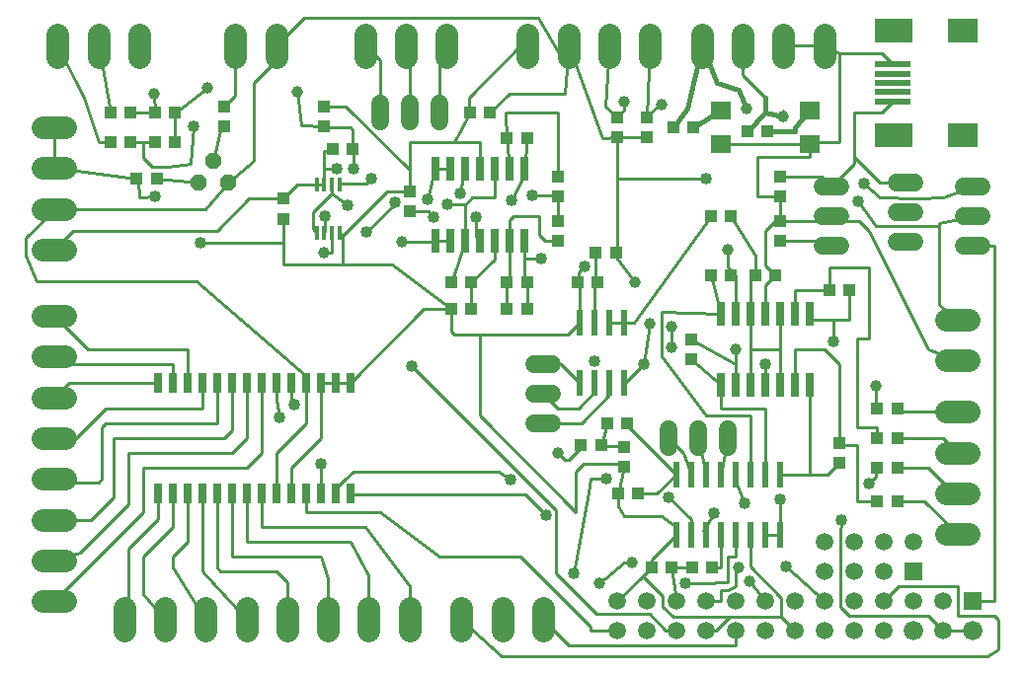
<source format=gtl>
G75*
G70*
%OFA0B0*%
%FSLAX24Y24*%
%IPPOS*%
%LPD*%
%AMOC8*
5,1,8,0,0,1.08239X$1,22.5*
%
%ADD10R,0.0594X0.0594*%
%ADD11C,0.0660*%
%ADD12C,0.0594*%
%ADD13R,0.0236X0.0866*%
%ADD14R,0.0394X0.0433*%
%ADD15R,0.0260X0.0800*%
%ADD16R,0.0433X0.0394*%
%ADD17C,0.0768*%
%ADD18OC8,0.0520*%
%ADD19R,0.0710X0.0630*%
%ADD20R,0.0157X0.0472*%
%ADD21C,0.0600*%
%ADD22R,0.0984X0.0787*%
%ADD23R,0.1299X0.0787*%
%ADD24R,0.1220X0.0197*%
%ADD25R,0.0256X0.0669*%
%ADD26C,0.0100*%
%ADD27C,0.0400*%
%ADD28C,0.0396*%
%ADD29C,0.0160*%
%ADD30C,0.0390*%
D10*
X033676Y005637D03*
X035676Y004637D03*
D11*
X035676Y003637D03*
X033676Y003637D03*
D12*
X032676Y003637D03*
X031676Y003637D03*
X030676Y003637D03*
X029676Y003637D03*
X028676Y003637D03*
X027676Y003637D03*
X026676Y003637D03*
X025676Y003637D03*
X024676Y003637D03*
X023676Y003637D03*
X023676Y004637D03*
X024676Y004637D03*
X025676Y004637D03*
X026676Y004637D03*
X027676Y004637D03*
X028676Y004637D03*
X029676Y004637D03*
X030676Y004637D03*
X030676Y005637D03*
X031676Y005637D03*
X032676Y005637D03*
X032676Y004637D03*
X031676Y004637D03*
X033676Y004637D03*
X034676Y004637D03*
X034676Y003637D03*
X033676Y006637D03*
X032676Y006637D03*
X031676Y006637D03*
X030676Y006637D03*
D13*
X029176Y006863D03*
X028676Y006863D03*
X028176Y006863D03*
X027676Y006863D03*
X027176Y006863D03*
X026676Y006863D03*
X026176Y006863D03*
X025676Y006863D03*
X025676Y008910D03*
X026176Y008910D03*
X026676Y008910D03*
X027176Y008910D03*
X027676Y008910D03*
X028176Y008910D03*
X028676Y008910D03*
X029176Y008910D03*
X023926Y011988D03*
X023426Y011988D03*
X022926Y011988D03*
X022426Y011988D03*
X022426Y014035D03*
X022926Y014035D03*
X023426Y014035D03*
X023926Y014035D03*
D14*
X023011Y015387D03*
X022342Y015387D03*
X022967Y016387D03*
X023636Y016387D03*
X020636Y015387D03*
X019967Y015387D03*
X018761Y015387D03*
X018092Y015387D03*
X018092Y014512D03*
X018761Y014512D03*
X016676Y017802D03*
X016676Y018471D03*
X014761Y019887D03*
X014092Y019887D03*
X012426Y018221D03*
X012426Y017552D03*
X008761Y020137D03*
X008092Y020137D03*
X007261Y020137D03*
X006592Y020137D03*
X006592Y021137D03*
X007261Y021137D03*
X008092Y021137D03*
X008761Y021137D03*
X008136Y018887D03*
X007467Y018887D03*
X022467Y009887D03*
X023136Y009887D03*
X023926Y009846D03*
X023926Y009177D03*
X024011Y010637D03*
X023342Y010637D03*
X030842Y015137D03*
X031511Y015137D03*
X029011Y015637D03*
X028342Y015637D03*
X027511Y015637D03*
X026842Y015637D03*
X029176Y016802D03*
X029176Y017471D03*
X029176Y018302D03*
X029176Y018971D03*
X027511Y017637D03*
X026842Y017637D03*
X028092Y020512D03*
X028761Y020512D03*
X026261Y020637D03*
X025592Y020637D03*
X032467Y011137D03*
X033136Y011137D03*
X033136Y010137D03*
X032467Y010137D03*
X032467Y009137D03*
X033136Y009137D03*
X033136Y008012D03*
X032467Y008012D03*
X026886Y005762D03*
X026217Y005762D03*
X025511Y005762D03*
X024842Y005762D03*
D15*
X027176Y011927D03*
X027676Y011927D03*
X028176Y011927D03*
X028676Y011927D03*
X029176Y011927D03*
X029676Y011927D03*
X030176Y011927D03*
X030176Y014347D03*
X029676Y014347D03*
X029176Y014347D03*
X028676Y014347D03*
X028176Y014347D03*
X027676Y014347D03*
X027176Y014347D03*
X020551Y016802D03*
X020051Y016802D03*
X019551Y016802D03*
X019051Y016802D03*
X018551Y016802D03*
X018051Y016802D03*
X017551Y016802D03*
X017551Y019222D03*
X018051Y019222D03*
X018551Y019222D03*
X019051Y019222D03*
X019551Y019222D03*
X020051Y019222D03*
X020551Y019222D03*
D16*
X021676Y018971D03*
X021676Y018302D03*
X021676Y017471D03*
X021676Y016802D03*
X020636Y014512D03*
X019967Y014512D03*
X026176Y013471D03*
X026176Y012802D03*
X031176Y009971D03*
X031176Y009302D03*
X024386Y008262D03*
X023717Y008262D03*
X020636Y020262D03*
X019967Y020262D03*
X019386Y021137D03*
X018717Y021137D03*
X013801Y021346D03*
X013801Y020677D03*
X010426Y020677D03*
X010426Y021346D03*
X023676Y020971D03*
X023676Y020302D03*
X024676Y020302D03*
X024676Y020971D03*
D17*
X007042Y004396D02*
X007042Y003628D01*
X008420Y003628D02*
X008420Y004396D01*
X009798Y004396D02*
X009798Y003628D01*
X011176Y003628D02*
X011176Y004396D01*
X012542Y004396D02*
X012542Y003628D01*
X013920Y003628D02*
X013920Y004396D01*
X015298Y004396D02*
X015298Y003628D01*
X016676Y003628D02*
X016676Y004396D01*
X018426Y004396D02*
X018426Y003628D01*
X019804Y003628D02*
X019804Y004396D01*
X021182Y004396D02*
X021182Y003628D01*
X034792Y006887D02*
X035560Y006887D01*
X035560Y008265D02*
X034792Y008265D01*
X034792Y009643D02*
X035560Y009643D01*
X035560Y011021D02*
X034792Y011021D01*
X034792Y012762D02*
X035560Y012762D01*
X035560Y014140D02*
X034792Y014140D01*
X030676Y023003D02*
X030676Y023771D01*
X029298Y023771D02*
X029298Y023003D01*
X027920Y023003D02*
X027920Y023771D01*
X026542Y023771D02*
X026542Y023003D01*
X024801Y023003D02*
X024801Y023771D01*
X023423Y023771D02*
X023423Y023003D01*
X022045Y023003D02*
X022045Y023771D01*
X020667Y023771D02*
X020667Y023003D01*
X017926Y023003D02*
X017926Y023771D01*
X016548Y023771D02*
X016548Y023003D01*
X015170Y023003D02*
X015170Y023771D01*
X012176Y023771D02*
X012176Y023003D01*
X010798Y023003D02*
X010798Y023771D01*
X007551Y023771D02*
X007551Y023003D01*
X006173Y023003D02*
X006173Y023771D01*
X004795Y023771D02*
X004795Y023003D01*
X005060Y020637D02*
X004292Y020637D01*
X004292Y019259D02*
X005060Y019259D01*
X005060Y017881D02*
X004292Y017881D01*
X004292Y016503D02*
X005060Y016503D01*
X005060Y014271D02*
X004292Y014271D01*
X004292Y012893D02*
X005060Y012893D01*
X005060Y011515D02*
X004292Y011515D01*
X004292Y010137D02*
X005060Y010137D01*
X005060Y008762D02*
X004292Y008762D01*
X004292Y007384D02*
X005060Y007384D01*
X005060Y006006D02*
X004292Y006006D01*
X004292Y004628D02*
X005060Y004628D01*
D18*
X009551Y018762D03*
X010051Y019512D03*
X010551Y018762D03*
D19*
X027176Y020077D03*
X027176Y021197D03*
X030176Y021197D03*
X030176Y020077D03*
D20*
X014310Y018694D03*
X014054Y018694D03*
X013798Y018694D03*
X013542Y018694D03*
X013542Y017080D03*
X013798Y017080D03*
X014054Y017080D03*
X014310Y017080D03*
D21*
X015676Y020837D02*
X015676Y021437D01*
X016676Y021437D02*
X016676Y020837D01*
X017676Y020837D02*
X017676Y021437D01*
X030626Y018637D02*
X031226Y018637D01*
X031226Y017637D02*
X030626Y017637D01*
X030626Y016637D02*
X031226Y016637D01*
X033126Y016762D02*
X033726Y016762D01*
X035376Y016637D02*
X035976Y016637D01*
X035976Y017637D02*
X035376Y017637D01*
X033726Y017762D02*
X033126Y017762D01*
X033126Y018762D02*
X033726Y018762D01*
X035376Y018637D02*
X035976Y018637D01*
X027426Y010437D02*
X027426Y009837D01*
X026426Y009837D02*
X026426Y010437D01*
X025426Y010437D02*
X025426Y009837D01*
X021476Y010637D02*
X020876Y010637D01*
X020876Y011637D02*
X021476Y011637D01*
X021476Y012637D02*
X020876Y012637D01*
D22*
X035357Y020385D03*
X035357Y023889D03*
D23*
X033034Y023889D03*
X033034Y020385D03*
D24*
X032995Y021507D03*
X032995Y021822D03*
X032995Y022137D03*
X032995Y022452D03*
X032995Y022767D03*
D25*
X014676Y012019D03*
X014176Y012019D03*
X013676Y012019D03*
X013176Y012019D03*
X012676Y012019D03*
X012176Y012019D03*
X011676Y012019D03*
X011176Y012019D03*
X010676Y012019D03*
X010176Y012019D03*
X009676Y012019D03*
X009176Y012019D03*
X008676Y012019D03*
X008176Y012019D03*
X008176Y008255D03*
X008676Y008255D03*
X009176Y008255D03*
X009676Y008255D03*
X010176Y008255D03*
X010676Y008255D03*
X011176Y008255D03*
X011676Y008255D03*
X012176Y008255D03*
X012676Y008255D03*
X013176Y008255D03*
X013676Y008255D03*
X014176Y008255D03*
X014676Y008255D03*
D26*
X014676Y008237D01*
X020576Y008237D01*
X021276Y007537D01*
X021626Y007687D02*
X016751Y012562D01*
X018092Y013721D02*
X018176Y013637D01*
X019051Y013637D01*
X019051Y010887D01*
X022301Y007637D01*
X022301Y009012D01*
X022551Y009262D01*
X023842Y009262D01*
X023926Y009177D01*
X023717Y008262D01*
X023717Y007846D01*
X023926Y007512D01*
X025176Y007512D01*
X025676Y007137D01*
X025676Y006863D01*
X024842Y006029D01*
X024842Y005762D01*
X024542Y005472D01*
X024576Y005437D01*
X025226Y004787D01*
X025226Y004437D01*
X025576Y004087D01*
X027426Y004087D01*
X027451Y004062D01*
X027026Y003637D01*
X026676Y003637D01*
X027451Y004062D02*
X027476Y004087D01*
X029226Y004087D01*
X029676Y003637D01*
X029226Y004087D02*
X029226Y004737D01*
X028176Y005787D01*
X028176Y006863D01*
X028676Y006863D02*
X029176Y006863D01*
X029176Y008062D01*
X029176Y008910D02*
X030176Y008910D01*
X030176Y011927D01*
X029676Y011927D02*
X029676Y013137D01*
X030676Y013137D01*
X031176Y012637D01*
X031176Y009971D01*
X031261Y009887D01*
X031801Y009887D01*
X031801Y008012D01*
X032467Y008012D01*
X033136Y008012D02*
X034051Y008012D01*
X035176Y006887D01*
X035176Y008265D02*
X035048Y008265D01*
X034176Y009137D01*
X033136Y009137D01*
X032467Y009137D02*
X032426Y009137D01*
X032426Y008837D01*
X032176Y008587D01*
X031176Y009302D02*
X030784Y008910D01*
X030176Y008910D01*
X029176Y008910D02*
X029176Y009012D01*
X028676Y008910D02*
X028676Y011137D01*
X027176Y011137D01*
X027176Y011927D01*
X026176Y012802D01*
X025526Y013187D02*
X025526Y013887D01*
X024801Y014012D02*
X024576Y012637D01*
X023976Y012037D01*
X023926Y011988D01*
X023426Y011988D02*
X023426Y011587D01*
X022476Y010637D01*
X021176Y010637D01*
X021676Y011137D02*
X022376Y011137D01*
X022926Y011687D01*
X022926Y011988D01*
X022426Y011988D02*
X021778Y012637D01*
X021176Y012637D01*
X021176Y011637D02*
X021676Y011137D01*
X023342Y010637D02*
X023136Y009887D01*
X023926Y009846D01*
X024011Y010576D02*
X025676Y008910D01*
X025028Y008262D01*
X024386Y008262D01*
X025426Y008137D02*
X026176Y007387D01*
X026176Y006863D01*
X026576Y006987D02*
X026951Y007587D01*
X026576Y006987D02*
X026676Y006887D01*
X026676Y006863D01*
X027176Y006863D02*
X027176Y005762D01*
X026886Y005762D01*
X027426Y006137D02*
X027426Y005262D01*
X027001Y005262D01*
X026976Y005237D01*
X025976Y005237D01*
X026217Y005762D02*
X025511Y005762D01*
X025676Y004637D01*
X026676Y004637D02*
X027176Y004637D01*
X027176Y005012D01*
X027426Y005012D01*
X027676Y005137D01*
X027676Y005637D01*
X027801Y005762D01*
X027676Y006137D02*
X027426Y006137D01*
X027676Y006137D02*
X027676Y006863D01*
X028001Y007937D02*
X027626Y008837D01*
X027676Y008887D01*
X027676Y008910D01*
X027176Y008910D02*
X027426Y010137D01*
X026426Y010137D02*
X026676Y008910D01*
X026176Y008910D02*
X025926Y009637D01*
X025426Y010137D01*
X026676Y010887D02*
X025176Y012887D01*
X025176Y014387D01*
X027176Y014347D01*
X026842Y015637D01*
X027426Y015887D02*
X027676Y015637D01*
X027511Y015637D01*
X027676Y015637D02*
X027676Y014347D01*
X028176Y014347D02*
X028176Y013137D01*
X028176Y011927D01*
X028676Y011927D02*
X028676Y012637D01*
X029176Y013137D02*
X028176Y013137D01*
X027676Y013137D02*
X027676Y011927D01*
X027676Y012637D01*
X026176Y013471D01*
X024240Y014035D02*
X023926Y014035D01*
X023426Y014035D01*
X022926Y014035D02*
X022926Y015387D01*
X023011Y015387D01*
X022967Y015387D01*
X022967Y016387D01*
X022576Y015937D02*
X022376Y015737D01*
X022376Y015437D01*
X022342Y015387D01*
X022426Y015302D01*
X022426Y014035D01*
X022028Y013637D01*
X019051Y013637D01*
X018092Y013721D02*
X018092Y014512D01*
X017169Y014512D01*
X014676Y012019D01*
X014176Y012019D01*
X013676Y012019D01*
X013676Y010137D01*
X012676Y009137D01*
X012676Y008255D01*
X012176Y008255D02*
X012176Y009637D01*
X013176Y010637D01*
X013176Y012019D01*
X013176Y012237D01*
X009476Y015437D01*
X004076Y015437D01*
X003726Y016287D01*
X003726Y016887D01*
X004676Y017837D01*
X004676Y017881D01*
X009795Y017881D01*
X010551Y018762D01*
X011426Y019512D01*
X011426Y022137D01*
X012176Y022887D01*
X012176Y023387D01*
X013126Y024337D01*
X021026Y024337D01*
X021726Y023137D01*
X022045Y023387D01*
X021926Y021762D01*
X020051Y021762D01*
X019386Y021137D01*
X019926Y021137D02*
X019967Y020262D01*
X020051Y019222D01*
X020476Y019187D02*
X020476Y018887D01*
X020126Y018162D01*
X020826Y018337D02*
X021626Y018337D01*
X021676Y018302D01*
X021676Y017471D01*
X021051Y017637D02*
X021051Y017012D01*
X021261Y016802D01*
X021676Y016802D01*
X021126Y016187D02*
X020551Y016187D01*
X020551Y016802D01*
X020051Y016802D02*
X020051Y017512D01*
X020176Y017637D01*
X021051Y017637D01*
X020051Y016802D02*
X020051Y015637D01*
X019967Y015387D01*
X019967Y014512D01*
X020636Y014512D02*
X020636Y015387D01*
X020551Y015637D01*
X020551Y016187D01*
X019551Y016177D02*
X019551Y016802D01*
X019051Y016802D02*
X019026Y016837D01*
X018926Y016937D01*
X018926Y017612D01*
X018551Y018012D02*
X018476Y018037D01*
X017951Y018037D01*
X018401Y018412D02*
X018526Y019187D01*
X018551Y019222D01*
X018051Y019222D02*
X017551Y019222D01*
X017526Y019187D01*
X017276Y018212D01*
X017326Y017787D02*
X016676Y017787D01*
X016676Y017802D01*
X017326Y017787D02*
X017501Y017612D01*
X018551Y018012D02*
X018801Y018262D01*
X019551Y018262D01*
X019551Y019222D01*
X019051Y019222D02*
X019051Y020137D01*
X018176Y020137D01*
X018717Y021137D01*
X018676Y021177D01*
X018676Y021637D01*
X020426Y023387D01*
X020667Y023387D01*
X022045Y023387D02*
X023176Y020262D01*
X023676Y020302D01*
X023676Y018887D01*
X026676Y018887D01*
X028426Y018302D02*
X029176Y018302D01*
X029176Y017471D01*
X029011Y017471D01*
X028676Y017137D01*
X028676Y015971D01*
X029011Y015637D01*
X028676Y015302D01*
X028676Y014347D01*
X028176Y014347D02*
X028176Y015471D01*
X028342Y015637D01*
X028342Y016306D01*
X027511Y017637D01*
X026842Y017637D02*
X024240Y014035D01*
X024301Y015387D02*
X023576Y016337D01*
X023636Y016387D01*
X023676Y016427D01*
X023676Y018887D01*
X021676Y018971D02*
X021676Y021137D01*
X019926Y021137D01*
X020636Y020262D02*
X020551Y019222D01*
X020476Y019187D01*
X018551Y018012D02*
X018551Y016802D01*
X018301Y015971D01*
X018092Y015387D01*
X018761Y015387D02*
X019551Y016177D01*
X018761Y015387D02*
X018761Y014512D01*
X018092Y014512D02*
X016092Y016012D01*
X014426Y016012D01*
X014426Y016964D01*
X015934Y018471D01*
X016676Y018471D01*
X016676Y019187D01*
X014526Y021337D01*
X013826Y021337D01*
X013801Y021346D01*
X013026Y020687D02*
X012876Y021837D01*
X013026Y020687D02*
X013801Y020677D01*
X014092Y020637D01*
X014676Y020637D01*
X014761Y020552D01*
X014761Y019887D01*
X014776Y019837D01*
X014776Y019237D01*
X014226Y019237D02*
X013876Y019237D01*
X013800Y019237D01*
X013798Y018694D01*
X013542Y018694D01*
X012899Y018694D01*
X012426Y018221D01*
X011261Y018221D01*
X010176Y017137D01*
X005310Y017137D01*
X004676Y016503D01*
X007551Y018262D02*
X008076Y018287D01*
X007551Y018262D02*
X007526Y018837D01*
X007467Y018887D01*
X004676Y019259D01*
X004676Y020637D01*
X005676Y021637D02*
X004795Y023387D01*
X006173Y023387D02*
X006592Y021137D01*
X007261Y021137D02*
X008092Y021137D01*
X008051Y021762D01*
X008761Y021137D02*
X008776Y021137D01*
X009851Y021962D01*
X010426Y021346D02*
X010798Y021719D01*
X010798Y023387D01*
X008761Y021137D02*
X008761Y020137D01*
X008092Y020137D02*
X007676Y020137D01*
X007676Y019587D01*
X007976Y019287D01*
X008526Y019287D01*
X009301Y019387D01*
X009401Y020662D01*
X010301Y020552D02*
X010051Y019512D01*
X009551Y018762D02*
X008136Y018887D01*
X007676Y020137D02*
X007261Y020137D01*
X006592Y020137D02*
X006176Y020137D01*
X005676Y021637D01*
X010301Y020552D02*
X010426Y020677D01*
X013801Y019846D02*
X013801Y019762D01*
X013800Y019237D01*
X014054Y018694D02*
X014054Y018390D01*
X014601Y018012D01*
X014054Y018390D02*
X013426Y017762D01*
X013426Y017196D01*
X013542Y017080D01*
X013798Y017080D02*
X013826Y017087D01*
X013826Y017637D01*
X014054Y017080D02*
X014051Y016387D01*
X013801Y016387D01*
X014426Y016012D02*
X012426Y016012D01*
X012426Y016737D01*
X009626Y016737D01*
X012426Y016737D02*
X012426Y017552D01*
X014310Y017080D02*
X014426Y016964D01*
X015226Y017087D02*
X016176Y018037D01*
X016176Y018087D01*
X015376Y018887D02*
X015226Y018737D01*
X014326Y018737D01*
X014310Y018694D01*
X014092Y019887D02*
X013801Y019846D01*
X015676Y021137D02*
X015676Y022887D01*
X015176Y023387D01*
X015170Y023387D01*
X016548Y023387D02*
X016576Y023387D01*
X016676Y023287D01*
X016676Y021137D01*
X017676Y021137D02*
X017676Y023137D01*
X017926Y023387D01*
X023423Y023387D02*
X023298Y021349D01*
X023676Y020971D01*
X023926Y021221D01*
X023926Y021512D01*
X024676Y020971D02*
X025092Y021387D01*
X025176Y021387D01*
X024676Y020971D02*
X024801Y023387D01*
X027920Y023387D02*
X027920Y022393D01*
X028676Y021637D01*
X029301Y021197D02*
X029301Y021012D01*
X030176Y020077D02*
X030176Y019637D01*
X028426Y019637D01*
X028426Y018302D01*
X029176Y018971D02*
X030592Y018971D01*
X030926Y018637D01*
X031676Y019387D01*
X031676Y019637D01*
X032551Y018762D01*
X033426Y018762D01*
X033826Y018237D02*
X032551Y018262D01*
X032026Y018737D01*
X031826Y018137D02*
X032426Y017287D01*
X034551Y017287D01*
X034551Y017387D01*
X035676Y017637D01*
X034551Y017287D02*
X034551Y014637D01*
X035173Y014140D01*
X035176Y014140D01*
X035176Y012762D02*
X034176Y013137D01*
X032176Y017137D01*
X031842Y017471D01*
X030761Y017471D01*
X030926Y017637D01*
X030761Y017471D02*
X029176Y017471D01*
X029176Y017637D01*
X029176Y016802D02*
X030761Y016802D01*
X030926Y016637D01*
X030842Y015887D02*
X030842Y015137D01*
X029676Y015137D01*
X029676Y014347D01*
X029176Y014347D02*
X029176Y013137D01*
X029176Y011927D01*
X028176Y010887D02*
X026676Y010887D01*
X028176Y010887D02*
X028176Y008910D01*
X031251Y007362D02*
X031226Y006837D01*
X031226Y004437D01*
X031526Y004137D01*
X034176Y004137D01*
X034676Y003637D01*
X035676Y003637D01*
X035176Y004137D02*
X036426Y004137D01*
X036551Y004012D01*
X036551Y003012D01*
X036176Y002762D01*
X019801Y002762D01*
X018426Y004012D01*
X016676Y004012D02*
X016676Y005137D01*
X015176Y007137D01*
X011676Y007137D01*
X011676Y008255D01*
X011176Y008255D02*
X011176Y006637D01*
X014676Y006637D01*
X015298Y005515D01*
X015298Y004012D01*
X013920Y004012D02*
X013920Y005393D01*
X013676Y006137D01*
X010676Y006137D01*
X010676Y008255D01*
X010176Y008255D02*
X010176Y005762D01*
X010301Y005637D01*
X012176Y005637D01*
X012542Y005271D01*
X012542Y004012D01*
X012542Y004271D01*
X011176Y004012D02*
X009676Y005637D01*
X009676Y008255D01*
X009176Y008255D02*
X009176Y006637D01*
X008676Y006137D01*
X008676Y005759D01*
X009798Y004012D01*
X008420Y004012D02*
X007676Y004881D01*
X007676Y006137D01*
X008676Y007137D01*
X008676Y008255D01*
X008176Y008255D02*
X008176Y007387D01*
X007176Y006387D01*
X007176Y004271D01*
X007042Y004012D01*
X004676Y004628D02*
X004676Y004637D01*
X007676Y007637D01*
X007676Y009137D01*
X011176Y009137D01*
X011676Y009637D01*
X011676Y012019D01*
X011176Y012019D02*
X011176Y010137D01*
X010676Y009637D01*
X007176Y009637D01*
X007176Y007887D01*
X005545Y006256D01*
X004676Y006006D01*
X004676Y007384D02*
X005923Y007384D01*
X006676Y008137D01*
X006676Y010137D01*
X010426Y010137D01*
X010676Y010387D01*
X010676Y012019D01*
X010176Y012019D02*
X010176Y010637D01*
X006426Y010637D01*
X006301Y010512D01*
X006301Y008762D01*
X006176Y008637D01*
X004801Y008637D01*
X004676Y008762D01*
X004676Y010137D02*
X005426Y010137D01*
X006426Y011137D01*
X009676Y011137D01*
X009676Y012019D01*
X009176Y012019D02*
X009176Y013137D01*
X005810Y013137D01*
X004676Y014271D01*
X004676Y012893D02*
X004932Y012637D01*
X008676Y012637D01*
X008676Y012019D01*
X008176Y012019D02*
X005180Y012019D01*
X004676Y011515D01*
X012176Y011437D02*
X012276Y010837D01*
X012776Y011262D02*
X012676Y011487D01*
X012676Y012019D01*
X012176Y012019D02*
X012176Y011437D01*
X013676Y009262D02*
X013676Y008255D01*
X014176Y008255D02*
X014176Y008437D01*
X014476Y008737D01*
X014801Y009012D01*
X019676Y009012D01*
X020076Y008737D01*
X021676Y009637D02*
X021926Y009387D01*
X022051Y009387D01*
X022426Y009762D01*
X022426Y009887D01*
X022467Y009887D01*
X022801Y008762D02*
X023326Y008762D01*
X022801Y008762D02*
X022726Y008287D01*
X022226Y005562D01*
X021626Y005562D02*
X023001Y004187D01*
X024776Y004187D01*
X025326Y003637D01*
X025676Y003637D01*
X027676Y003637D02*
X027676Y003137D01*
X022057Y003137D01*
X021182Y004012D01*
X022801Y003762D02*
X020426Y006137D01*
X017676Y006137D01*
X015676Y007637D01*
X013176Y007637D01*
X013176Y008255D01*
X021626Y007687D02*
X021626Y005562D01*
X023101Y005237D02*
X023926Y005937D01*
X024176Y005937D01*
X024542Y005472D02*
X023676Y004637D01*
X023676Y003637D02*
X022801Y003637D01*
X022801Y003762D01*
X028151Y005287D02*
X028676Y004637D01*
X029376Y005812D02*
X030676Y004637D01*
X032676Y004637D02*
X033176Y005137D01*
X035176Y005137D01*
X035176Y004137D01*
X035676Y004637D02*
X036426Y004637D01*
X036426Y016637D01*
X035676Y016637D01*
X034676Y018262D02*
X033826Y018237D01*
X034676Y018262D02*
X035676Y018637D01*
X031676Y019637D02*
X031676Y021137D01*
X032625Y021137D01*
X032995Y021507D01*
X032995Y022767D02*
X032625Y023137D01*
X031176Y023137D01*
X031176Y020137D01*
X030236Y020137D01*
X030176Y020077D01*
X027176Y020077D01*
X024676Y020302D02*
X023676Y020302D01*
X018176Y020137D02*
X016676Y020137D01*
X016676Y019187D01*
X016426Y016762D02*
X017511Y016762D01*
X017551Y016802D01*
X018051Y016802D01*
X027426Y016512D02*
X027426Y015887D01*
X030176Y014347D02*
X030176Y014137D01*
X030976Y014137D01*
X030976Y013387D01*
X031801Y013512D02*
X032176Y013512D01*
X032176Y015887D01*
X030842Y015887D01*
X031511Y015137D02*
X031511Y014137D01*
X030976Y014137D01*
X031801Y013512D02*
X031801Y010512D01*
X032467Y010512D01*
X032467Y010137D01*
X033136Y010137D02*
X034676Y010137D01*
X035170Y009643D01*
X035176Y009643D01*
X035176Y011021D02*
X033252Y011021D01*
X033136Y011137D01*
X032467Y011137D02*
X032426Y011177D01*
X032426Y011887D01*
X024011Y010637D02*
X024011Y010576D01*
X030676Y023387D02*
X031176Y023137D01*
X030676Y023387D02*
X029298Y023387D01*
D27*
X026676Y018887D03*
X022576Y015937D03*
X021126Y016187D03*
X018926Y017612D03*
X017951Y018037D03*
X018401Y018412D03*
X017276Y018212D03*
X017501Y017612D03*
X016176Y018087D03*
X015376Y018887D03*
X014776Y019237D03*
X014226Y019237D03*
X014601Y018012D03*
X013826Y017637D03*
X015226Y017087D03*
X020126Y018162D03*
X020826Y018337D03*
X022926Y012737D03*
X024576Y012637D03*
X028676Y012637D03*
X030976Y013387D03*
X031826Y018137D03*
X032026Y018737D03*
X016751Y012562D03*
X012776Y011262D03*
X012276Y010837D03*
X013676Y009262D03*
X020076Y008737D03*
X021276Y007537D03*
X023326Y008762D03*
X025426Y008137D03*
X026951Y007587D03*
X028001Y007937D03*
X029176Y008062D03*
X031251Y007362D03*
X032176Y008587D03*
X029376Y005812D03*
X025976Y005237D03*
X022226Y005562D03*
X009626Y016737D03*
X008076Y018287D03*
X009401Y020662D03*
D28*
X008051Y021762D03*
X016426Y016762D03*
X013801Y016387D03*
X024301Y015387D03*
X024801Y014012D03*
X027676Y013137D03*
X032426Y011887D03*
X027426Y016512D03*
X029301Y021012D03*
X028051Y021262D03*
X025176Y021387D03*
X023926Y021512D03*
X021676Y009637D03*
X027801Y005762D03*
D29*
X028092Y020512D02*
X028676Y021137D01*
X029301Y021012D01*
X029676Y020637D02*
X030176Y021197D01*
X029676Y020637D02*
X029676Y020512D01*
X028761Y020512D01*
X028676Y021137D02*
X028676Y021637D01*
X028051Y021262D02*
X027801Y021887D01*
X027051Y022137D01*
X026542Y023387D01*
X026051Y021262D01*
X025592Y020637D01*
X026261Y020637D02*
X027176Y021197D01*
D30*
X025526Y013887D03*
X025526Y013187D03*
X024176Y005937D03*
X023101Y005237D03*
X028151Y005287D03*
X012876Y021837D03*
X009851Y021962D03*
M02*

</source>
